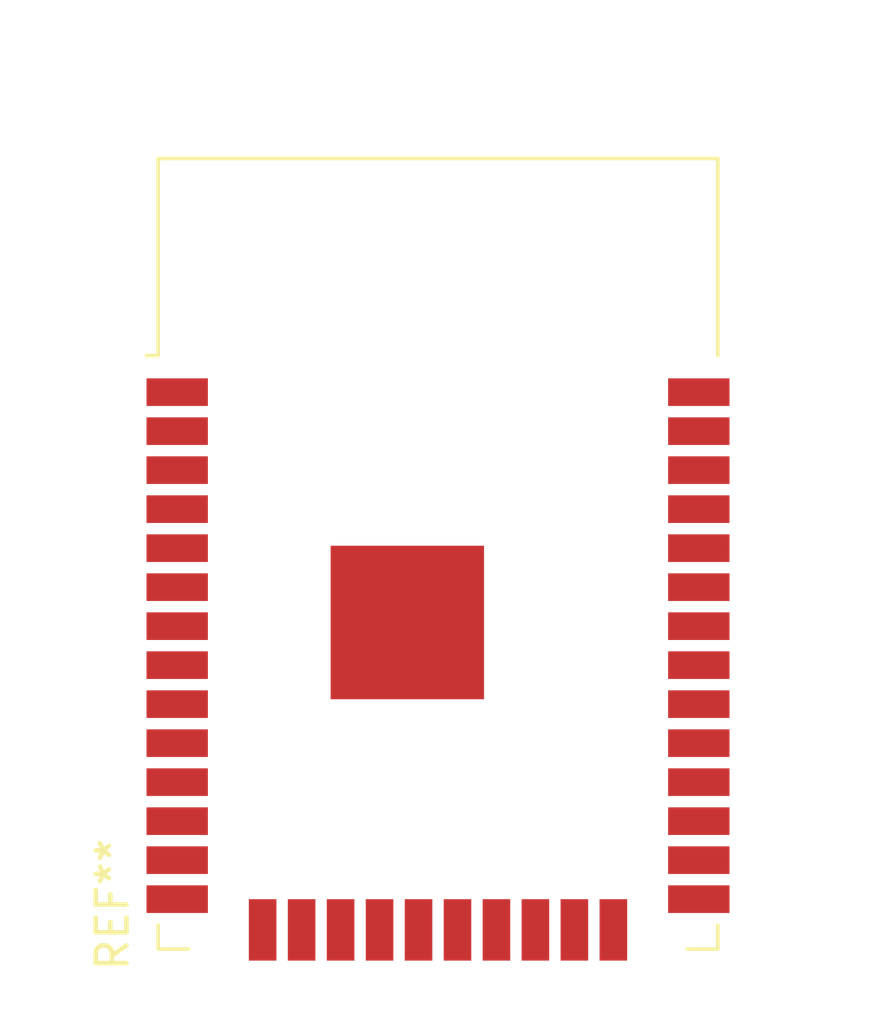
<source format=kicad_pcb>
(kicad_pcb (version 20171130) (host pcbnew "(5.1.2)-1")

  (general
    (thickness 1.6)
    (drawings 0)
    (tracks 0)
    (zones 0)
    (modules 1)
    (nets 1)
  )

  (page A4)
  (layers
    (0 F.Cu signal)
    (31 B.Cu signal)
    (32 B.Adhes user)
    (33 F.Adhes user)
    (34 B.Paste user)
    (35 F.Paste user)
    (36 B.SilkS user)
    (37 F.SilkS user)
    (38 B.Mask user)
    (39 F.Mask user)
    (40 Dwgs.User user)
    (41 Cmts.User user)
    (42 Eco1.User user)
    (43 Eco2.User user)
    (44 Edge.Cuts user)
    (45 Margin user)
    (46 B.CrtYd user)
    (47 F.CrtYd user)
    (48 B.Fab user)
    (49 F.Fab user)
  )

  (setup
    (last_trace_width 0.25)
    (trace_clearance 0.2)
    (zone_clearance 0.508)
    (zone_45_only no)
    (trace_min 0.2)
    (via_size 0.8)
    (via_drill 0.4)
    (via_min_size 0.4)
    (via_min_drill 0.3)
    (uvia_size 0.3)
    (uvia_drill 0.1)
    (uvias_allowed no)
    (uvia_min_size 0.2)
    (uvia_min_drill 0.1)
    (edge_width 0.05)
    (segment_width 0.2)
    (pcb_text_width 0.3)
    (pcb_text_size 1.5 1.5)
    (mod_edge_width 0.12)
    (mod_text_size 1 1)
    (mod_text_width 0.15)
    (pad_size 1.524 1.524)
    (pad_drill 0.762)
    (pad_to_mask_clearance 0.051)
    (solder_mask_min_width 0.25)
    (aux_axis_origin 0 0)
    (visible_elements FFFFFF7F)
    (pcbplotparams
      (layerselection 0x010fc_ffffffff)
      (usegerberextensions false)
      (usegerberattributes false)
      (usegerberadvancedattributes false)
      (creategerberjobfile false)
      (excludeedgelayer true)
      (linewidth 0.100000)
      (plotframeref false)
      (viasonmask false)
      (mode 1)
      (useauxorigin false)
      (hpglpennumber 1)
      (hpglpenspeed 20)
      (hpglpendiameter 15.000000)
      (psnegative false)
      (psa4output false)
      (plotreference true)
      (plotvalue true)
      (plotinvisibletext false)
      (padsonsilk false)
      (subtractmaskfromsilk false)
      (outputformat 1)
      (mirror false)
      (drillshape 1)
      (scaleselection 1)
      (outputdirectory ""))
  )

  (net 0 "")

  (net_class Default "This is the default net class."
    (clearance 0.2)
    (trace_width 0.25)
    (via_dia 0.8)
    (via_drill 0.4)
    (uvia_dia 0.3)
    (uvia_drill 0.1)
  )

  (module RF_Module:ESP32-WROOM-32 (layer F.Cu) (tedit 5B5B4654) (tstamp 5D69277C)
    (at 182 88.5)
    (descr "Single 2.4 GHz Wi-Fi and Bluetooth combo chip https://www.espressif.com/sites/default/files/documentation/esp32-wroom-32_datasheet_en.pdf")
    (tags "Single 2.4 GHz Wi-Fi and Bluetooth combo  chip")
    (attr smd)
    (fp_text reference REF** (at -10.61 8.43 90) (layer F.SilkS)
      (effects (font (size 1 1) (thickness 0.15)))
    )
    (fp_text value ESP32-WROOM-32 (at 0 11.5) (layer F.Fab)
      (effects (font (size 1 1) (thickness 0.15)))
    )
    (fp_line (start -9.12 -9.445) (end -9.5 -9.445) (layer F.SilkS) (width 0.12))
    (fp_line (start -9.12 -15.865) (end -9.12 -9.445) (layer F.SilkS) (width 0.12))
    (fp_line (start 9.12 -15.865) (end 9.12 -9.445) (layer F.SilkS) (width 0.12))
    (fp_line (start -9.12 -15.865) (end 9.12 -15.865) (layer F.SilkS) (width 0.12))
    (fp_line (start 9.12 9.88) (end 8.12 9.88) (layer F.SilkS) (width 0.12))
    (fp_line (start 9.12 9.1) (end 9.12 9.88) (layer F.SilkS) (width 0.12))
    (fp_line (start -9.12 9.88) (end -8.12 9.88) (layer F.SilkS) (width 0.12))
    (fp_line (start -9.12 9.1) (end -9.12 9.88) (layer F.SilkS) (width 0.12))
    (fp_line (start 8.4 -20.6) (end 8.2 -20.4) (layer Cmts.User) (width 0.1))
    (fp_line (start 8.4 -16) (end 8.4 -20.6) (layer Cmts.User) (width 0.1))
    (fp_line (start 8.4 -20.6) (end 8.6 -20.4) (layer Cmts.User) (width 0.1))
    (fp_line (start 8.4 -16) (end 8.6 -16.2) (layer Cmts.User) (width 0.1))
    (fp_line (start 8.4 -16) (end 8.2 -16.2) (layer Cmts.User) (width 0.1))
    (fp_line (start -9.2 -13.875) (end -9.4 -14.075) (layer Cmts.User) (width 0.1))
    (fp_line (start -13.8 -13.875) (end -9.2 -13.875) (layer Cmts.User) (width 0.1))
    (fp_line (start -9.2 -13.875) (end -9.4 -13.675) (layer Cmts.User) (width 0.1))
    (fp_line (start -13.8 -13.875) (end -13.6 -13.675) (layer Cmts.User) (width 0.1))
    (fp_line (start -13.8 -13.875) (end -13.6 -14.075) (layer Cmts.User) (width 0.1))
    (fp_line (start 9.2 -13.875) (end 9.4 -13.675) (layer Cmts.User) (width 0.1))
    (fp_line (start 9.2 -13.875) (end 9.4 -14.075) (layer Cmts.User) (width 0.1))
    (fp_line (start 13.8 -13.875) (end 13.6 -13.675) (layer Cmts.User) (width 0.1))
    (fp_line (start 13.8 -13.875) (end 13.6 -14.075) (layer Cmts.User) (width 0.1))
    (fp_line (start 9.2 -13.875) (end 13.8 -13.875) (layer Cmts.User) (width 0.1))
    (fp_line (start 14 -11.585) (end 12 -9.97) (layer Dwgs.User) (width 0.1))
    (fp_line (start 14 -13.2) (end 10 -9.97) (layer Dwgs.User) (width 0.1))
    (fp_line (start 14 -14.815) (end 8 -9.97) (layer Dwgs.User) (width 0.1))
    (fp_line (start 14 -16.43) (end 6 -9.97) (layer Dwgs.User) (width 0.1))
    (fp_line (start 14 -18.045) (end 4 -9.97) (layer Dwgs.User) (width 0.1))
    (fp_line (start 14 -19.66) (end 2 -9.97) (layer Dwgs.User) (width 0.1))
    (fp_line (start 13.475 -20.75) (end 0 -9.97) (layer Dwgs.User) (width 0.1))
    (fp_line (start 11.475 -20.75) (end -2 -9.97) (layer Dwgs.User) (width 0.1))
    (fp_line (start 9.475 -20.75) (end -4 -9.97) (layer Dwgs.User) (width 0.1))
    (fp_line (start 7.475 -20.75) (end -6 -9.97) (layer Dwgs.User) (width 0.1))
    (fp_line (start -8 -9.97) (end 5.475 -20.75) (layer Dwgs.User) (width 0.1))
    (fp_line (start 3.475 -20.75) (end -10 -9.97) (layer Dwgs.User) (width 0.1))
    (fp_line (start 1.475 -20.75) (end -12 -9.97) (layer Dwgs.User) (width 0.1))
    (fp_line (start -0.525 -20.75) (end -14 -9.97) (layer Dwgs.User) (width 0.1))
    (fp_line (start -2.525 -20.75) (end -14 -11.585) (layer Dwgs.User) (width 0.1))
    (fp_line (start -4.525 -20.75) (end -14 -13.2) (layer Dwgs.User) (width 0.1))
    (fp_line (start -6.525 -20.75) (end -14 -14.815) (layer Dwgs.User) (width 0.1))
    (fp_line (start -8.525 -20.75) (end -14 -16.43) (layer Dwgs.User) (width 0.1))
    (fp_line (start -10.525 -20.75) (end -14 -18.045) (layer Dwgs.User) (width 0.1))
    (fp_line (start -12.525 -20.75) (end -14 -19.66) (layer Dwgs.User) (width 0.1))
    (fp_line (start 9.75 -9.72) (end 14.25 -9.72) (layer F.CrtYd) (width 0.05))
    (fp_line (start -14.25 -9.72) (end -9.75 -9.72) (layer F.CrtYd) (width 0.05))
    (fp_line (start 14.25 -21) (end 14.25 -9.72) (layer F.CrtYd) (width 0.05))
    (fp_line (start -14.25 -21) (end -14.25 -9.72) (layer F.CrtYd) (width 0.05))
    (fp_line (start 14 -20.75) (end -14 -20.75) (layer Dwgs.User) (width 0.1))
    (fp_line (start 14 -9.97) (end 14 -20.75) (layer Dwgs.User) (width 0.1))
    (fp_line (start 14 -9.97) (end -14 -9.97) (layer Dwgs.User) (width 0.1))
    (fp_line (start -9 -9.02) (end -8.5 -9.52) (layer F.Fab) (width 0.1))
    (fp_line (start -8.5 -9.52) (end -9 -10.02) (layer F.Fab) (width 0.1))
    (fp_line (start -9 -9.02) (end -9 9.76) (layer F.Fab) (width 0.1))
    (fp_line (start -14.25 -21) (end 14.25 -21) (layer F.CrtYd) (width 0.05))
    (fp_line (start 9.75 -9.72) (end 9.75 10.5) (layer F.CrtYd) (width 0.05))
    (fp_line (start -9.75 10.5) (end 9.75 10.5) (layer F.CrtYd) (width 0.05))
    (fp_line (start -9.75 10.5) (end -9.75 -9.72) (layer F.CrtYd) (width 0.05))
    (fp_line (start -9 -15.745) (end 9 -15.745) (layer F.Fab) (width 0.1))
    (fp_line (start -9 -15.745) (end -9 -10.02) (layer F.Fab) (width 0.1))
    (fp_line (start -9 9.76) (end 9 9.76) (layer F.Fab) (width 0.1))
    (fp_line (start 9 9.76) (end 9 -15.745) (layer F.Fab) (width 0.1))
    (fp_line (start -14 -9.97) (end -14 -20.75) (layer Dwgs.User) (width 0.1))
    (fp_text user "5 mm" (at 7.8 -19.075 90) (layer Cmts.User)
      (effects (font (size 0.5 0.5) (thickness 0.1)))
    )
    (fp_text user "5 mm" (at -11.2 -14.375) (layer Cmts.User)
      (effects (font (size 0.5 0.5) (thickness 0.1)))
    )
    (fp_text user "5 mm" (at 11.8 -14.375) (layer Cmts.User)
      (effects (font (size 0.5 0.5) (thickness 0.1)))
    )
    (fp_text user Antenna (at 0 -13) (layer Cmts.User)
      (effects (font (size 1 1) (thickness 0.15)))
    )
    (fp_text user "KEEP-OUT ZONE" (at 0 -19) (layer Cmts.User)
      (effects (font (size 1 1) (thickness 0.15)))
    )
    (fp_text user %R (at 0 0) (layer F.Fab)
      (effects (font (size 1 1) (thickness 0.15)))
    )
    (pad 38 smd rect (at 8.5 -8.255) (size 2 0.9) (layers F.Cu F.Paste F.Mask))
    (pad 37 smd rect (at 8.5 -6.985) (size 2 0.9) (layers F.Cu F.Paste F.Mask))
    (pad 36 smd rect (at 8.5 -5.715) (size 2 0.9) (layers F.Cu F.Paste F.Mask))
    (pad 35 smd rect (at 8.5 -4.445) (size 2 0.9) (layers F.Cu F.Paste F.Mask))
    (pad 34 smd rect (at 8.5 -3.175) (size 2 0.9) (layers F.Cu F.Paste F.Mask))
    (pad 33 smd rect (at 8.5 -1.905) (size 2 0.9) (layers F.Cu F.Paste F.Mask))
    (pad 32 smd rect (at 8.5 -0.635) (size 2 0.9) (layers F.Cu F.Paste F.Mask))
    (pad 31 smd rect (at 8.5 0.635) (size 2 0.9) (layers F.Cu F.Paste F.Mask))
    (pad 30 smd rect (at 8.5 1.905) (size 2 0.9) (layers F.Cu F.Paste F.Mask))
    (pad 29 smd rect (at 8.5 3.175) (size 2 0.9) (layers F.Cu F.Paste F.Mask))
    (pad 28 smd rect (at 8.5 4.445) (size 2 0.9) (layers F.Cu F.Paste F.Mask))
    (pad 27 smd rect (at 8.5 5.715) (size 2 0.9) (layers F.Cu F.Paste F.Mask))
    (pad 26 smd rect (at 8.5 6.985) (size 2 0.9) (layers F.Cu F.Paste F.Mask))
    (pad 25 smd rect (at 8.5 8.255) (size 2 0.9) (layers F.Cu F.Paste F.Mask))
    (pad 24 smd rect (at 5.715 9.255 90) (size 2 0.9) (layers F.Cu F.Paste F.Mask))
    (pad 23 smd rect (at 4.445 9.255 90) (size 2 0.9) (layers F.Cu F.Paste F.Mask))
    (pad 22 smd rect (at 3.175 9.255 90) (size 2 0.9) (layers F.Cu F.Paste F.Mask))
    (pad 21 smd rect (at 1.905 9.255 90) (size 2 0.9) (layers F.Cu F.Paste F.Mask))
    (pad 20 smd rect (at 0.635 9.255 90) (size 2 0.9) (layers F.Cu F.Paste F.Mask))
    (pad 19 smd rect (at -0.635 9.255 90) (size 2 0.9) (layers F.Cu F.Paste F.Mask))
    (pad 18 smd rect (at -1.905 9.255 90) (size 2 0.9) (layers F.Cu F.Paste F.Mask))
    (pad 17 smd rect (at -3.175 9.255 90) (size 2 0.9) (layers F.Cu F.Paste F.Mask))
    (pad 16 smd rect (at -4.445 9.255 90) (size 2 0.9) (layers F.Cu F.Paste F.Mask))
    (pad 15 smd rect (at -5.715 9.255 90) (size 2 0.9) (layers F.Cu F.Paste F.Mask))
    (pad 14 smd rect (at -8.5 8.255) (size 2 0.9) (layers F.Cu F.Paste F.Mask))
    (pad 13 smd rect (at -8.5 6.985) (size 2 0.9) (layers F.Cu F.Paste F.Mask))
    (pad 12 smd rect (at -8.5 5.715) (size 2 0.9) (layers F.Cu F.Paste F.Mask))
    (pad 11 smd rect (at -8.5 4.445) (size 2 0.9) (layers F.Cu F.Paste F.Mask))
    (pad 10 smd rect (at -8.5 3.175) (size 2 0.9) (layers F.Cu F.Paste F.Mask))
    (pad 9 smd rect (at -8.5 1.905) (size 2 0.9) (layers F.Cu F.Paste F.Mask))
    (pad 8 smd rect (at -8.5 0.635) (size 2 0.9) (layers F.Cu F.Paste F.Mask))
    (pad 7 smd rect (at -8.5 -0.635) (size 2 0.9) (layers F.Cu F.Paste F.Mask))
    (pad 6 smd rect (at -8.5 -1.905) (size 2 0.9) (layers F.Cu F.Paste F.Mask))
    (pad 5 smd rect (at -8.5 -3.175) (size 2 0.9) (layers F.Cu F.Paste F.Mask))
    (pad 4 smd rect (at -8.5 -4.445) (size 2 0.9) (layers F.Cu F.Paste F.Mask))
    (pad 3 smd rect (at -8.5 -5.715) (size 2 0.9) (layers F.Cu F.Paste F.Mask))
    (pad 2 smd rect (at -8.5 -6.985) (size 2 0.9) (layers F.Cu F.Paste F.Mask))
    (pad 1 smd rect (at -8.5 -8.255) (size 2 0.9) (layers F.Cu F.Paste F.Mask))
    (pad 39 smd rect (at -1 -0.755) (size 5 5) (layers F.Cu F.Paste F.Mask))
    (model ${KISYS3DMOD}/RF_Module.3dshapes/ESP32-WROOM-32.wrl
      (at (xyz 0 0 0))
      (scale (xyz 1 1 1))
      (rotate (xyz 0 0 0))
    )
  )

)

</source>
